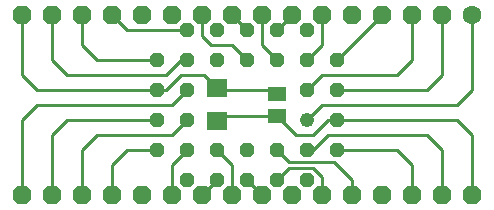
<source format=gbr>
G04 EAGLE Gerber RS-274X export*
G75*
%MOMM*%
%FSLAX34Y34*%
%LPD*%
%INBottom Copper*%
%IPPOS*%
%AMOC8*
5,1,8,0,0,1.08239X$1,22.5*%
G01*
%ADD10C,1.600200*%
%ADD11P,1.732040X8X202.500000*%
%ADD12C,1.219200*%
%ADD13P,1.319650X8X292.500000*%
%ADD14R,1.500000X1.300000*%
%ADD15R,1.800000X1.600000*%
%ADD16C,0.254000*%


D10*
X393700Y165100D03*
D11*
X368300Y165100D03*
X342900Y165100D03*
X317500Y165100D03*
X292100Y165100D03*
X266700Y165100D03*
X241300Y165100D03*
X215900Y165100D03*
X190500Y165100D03*
X165100Y165100D03*
X139700Y165100D03*
X114300Y165100D03*
X88900Y165100D03*
X63500Y165100D03*
X38100Y165100D03*
X12700Y165100D03*
X12700Y12700D03*
X38100Y12700D03*
X63500Y12700D03*
X88900Y12700D03*
X114300Y12700D03*
X139700Y12700D03*
X165100Y12700D03*
X190500Y12700D03*
X215900Y12700D03*
X241300Y12700D03*
X266700Y12700D03*
X292100Y12700D03*
X317500Y12700D03*
X342900Y12700D03*
X368300Y12700D03*
X393700Y12700D03*
D12*
X254000Y76200D03*
D13*
X279400Y101600D03*
X254000Y101600D03*
X279400Y127000D03*
X254000Y152400D03*
X254000Y127000D03*
X228600Y152400D03*
X228600Y127000D03*
X203200Y152400D03*
X203200Y127000D03*
X177800Y152400D03*
X177800Y127000D03*
X152400Y152400D03*
X127000Y127000D03*
X152400Y127000D03*
X127000Y101600D03*
X152400Y101600D03*
X127000Y76200D03*
X152400Y76200D03*
X127000Y50800D03*
X152400Y25400D03*
X152400Y50800D03*
X177800Y25400D03*
X177800Y50800D03*
X203200Y25400D03*
X203200Y50800D03*
X228600Y25400D03*
X228600Y50800D03*
X254000Y25400D03*
X279400Y50800D03*
X254000Y50800D03*
X279400Y76200D03*
D14*
X228600Y79400D03*
X228600Y98400D03*
D15*
X177800Y74900D03*
X177800Y102900D03*
D16*
X393700Y63500D02*
X393700Y12700D01*
X393700Y63500D02*
X381000Y76200D01*
X279400Y76200D01*
X271780Y76200D02*
X259080Y63500D01*
X271780Y76200D02*
X279400Y76200D01*
X244500Y63500D02*
X228600Y79400D01*
X244500Y63500D02*
X259080Y63500D01*
X182300Y79400D02*
X177800Y74900D01*
X182300Y79400D02*
X228600Y79400D01*
X25400Y101600D02*
X12700Y114300D01*
X25400Y101600D02*
X127000Y101600D01*
X12700Y114300D02*
X12700Y165100D01*
X127000Y101600D02*
X134620Y101600D01*
X147320Y114300D01*
X166400Y114300D02*
X177800Y102900D01*
X166400Y114300D02*
X147320Y114300D01*
X177800Y102900D02*
X179100Y101600D01*
X225400Y101600D02*
X228600Y98400D01*
X225400Y101600D02*
X179100Y101600D01*
X368300Y50800D02*
X368300Y12700D01*
X368300Y50800D02*
X355600Y63500D01*
X271780Y63500D01*
X259080Y50800D02*
X254000Y50800D01*
X259080Y50800D02*
X271780Y63500D01*
X279400Y127000D02*
X317500Y165100D01*
X266700Y165100D02*
X266700Y139700D01*
X254000Y127000D01*
X228600Y152400D02*
X241300Y165100D01*
X215900Y165100D02*
X215900Y139700D01*
X228600Y127000D01*
X203200Y152400D02*
X190500Y165100D01*
X165100Y147320D02*
X172720Y139700D01*
X190500Y139700D02*
X203200Y127000D01*
X165100Y147320D02*
X165100Y165100D01*
X172720Y139700D02*
X190500Y139700D01*
X101600Y152400D02*
X88900Y165100D01*
X101600Y152400D02*
X152400Y152400D01*
X139700Y38100D02*
X139700Y12700D01*
X139700Y38100D02*
X152400Y50800D01*
X177800Y25400D02*
X165100Y12700D01*
X190500Y12700D02*
X190500Y38100D01*
X177800Y50800D01*
X203200Y25400D02*
X215900Y12700D01*
X259080Y35560D02*
X266700Y27940D01*
X238760Y35560D02*
X228600Y25400D01*
X266700Y27940D02*
X266700Y12700D01*
X259080Y35560D02*
X238760Y35560D01*
X292100Y25400D02*
X292100Y12700D01*
X292100Y25400D02*
X276860Y40640D01*
X238760Y40640D02*
X228600Y50800D01*
X238760Y40640D02*
X276860Y40640D01*
X342900Y127000D02*
X342900Y165100D01*
X342900Y127000D02*
X330200Y114300D01*
X266700Y114300D01*
X254000Y101600D01*
X368300Y114300D02*
X368300Y165100D01*
X368300Y114300D02*
X355600Y101600D01*
X279400Y101600D01*
X342900Y38100D02*
X342900Y12700D01*
X342900Y38100D02*
X330200Y50800D01*
X279400Y50800D01*
X393700Y101600D02*
X393700Y165100D01*
X393700Y101600D02*
X381000Y88900D01*
X266700Y88900D02*
X254000Y76200D01*
X266700Y88900D02*
X381000Y88900D01*
X63500Y139700D02*
X63500Y165100D01*
X63500Y139700D02*
X76200Y127000D01*
X127000Y127000D01*
X38100Y127000D02*
X38100Y165100D01*
X38100Y127000D02*
X50800Y114300D01*
X134620Y114300D02*
X147320Y127000D01*
X152400Y127000D01*
X134620Y114300D02*
X50800Y114300D01*
X12700Y76200D02*
X12700Y12700D01*
X12700Y76200D02*
X25400Y88900D01*
X139700Y88900D02*
X152400Y101600D01*
X139700Y88900D02*
X25400Y88900D01*
X38100Y63500D02*
X38100Y12700D01*
X38100Y63500D02*
X50800Y76200D01*
X127000Y76200D01*
X63500Y50800D02*
X63500Y12700D01*
X63500Y50800D02*
X76200Y63500D01*
X139700Y63500D02*
X152400Y76200D01*
X139700Y63500D02*
X76200Y63500D01*
X88900Y38100D02*
X88900Y12700D01*
X88900Y38100D02*
X101600Y50800D01*
X127000Y50800D01*
M02*

</source>
